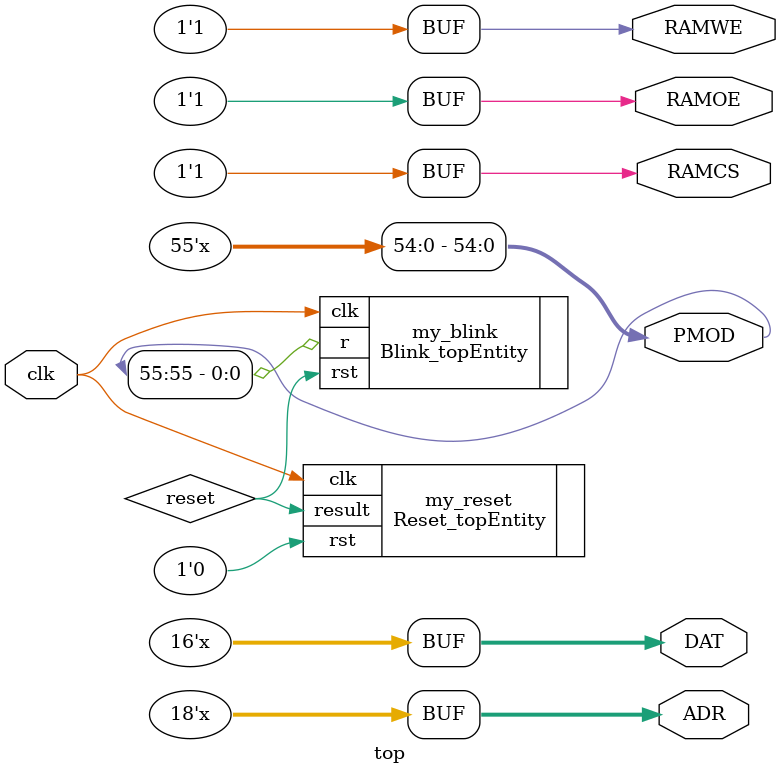
<source format=v>
module top (
    input  clk

    // Unused outputs
  , output [17:0] ADR
  , output [15:0] DAT
  , output RAMOE
  , output RAMWE
  , output RAMCS

    // All PMOD outputs
  , output [55:0] PMOD
  );

  // Set unused values to default
  assign ADR[17:0] = {18{1'bz}};
  assign DAT[15:0] = {16{1'bz}};
  assign RAMOE = 1'b1;
  assign RAMWE = 1'b1;
  assign RAMCS = 1'b1;
  assign PMOD[54:0] = {55{1'bz}};

  //
  // reset
  //

  wire reset;

  Reset_topEntity my_reset (
    .clk (clk),
    .rst (1'b0),
    .result (reset)
  );

  //
  // blink
  //

  Blink_topEntity my_blink (
    .clk (clk),
    .rst (reset),
    .r (PMOD[55])
  );

endmodule

</source>
